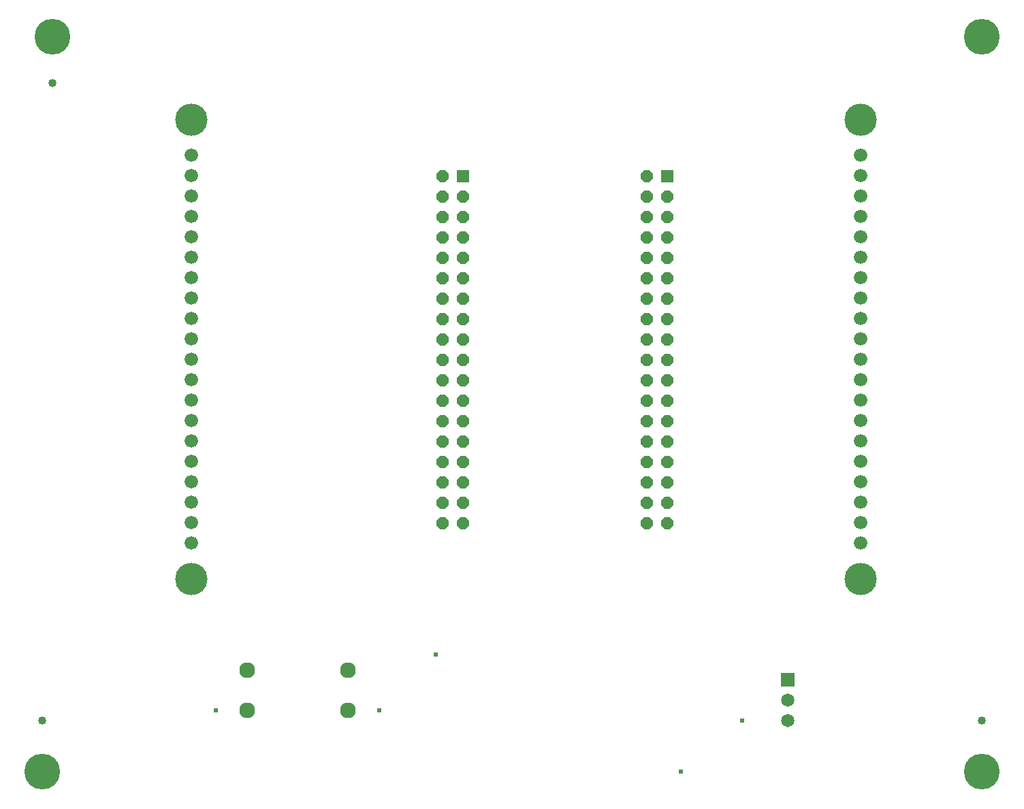
<source format=gbr>
G04 EAGLE Gerber RS-274X export*
G75*
%MOMM*%
%FSLAX34Y34*%
%LPD*%
%INBottom Copper*%
%IPPOS*%
%AMOC8*
5,1,8,0,0,1.08239X$1,22.5*%
G01*
%ADD10C,1.960000*%
%ADD11R,1.651000X1.651000*%
%ADD12C,1.651000*%
%ADD13R,1.524000X1.524000*%
%ADD14P,1.649562X8X292.500000*%
%ADD15C,1.676400*%
%ADD16C,4.016000*%
%ADD17C,1.016000*%
%ADD18C,4.445000*%
%ADD19C,0.609600*%


D10*
X430800Y177400D03*
X430800Y127400D03*
X305800Y127400D03*
X305800Y177400D03*
D11*
X977900Y165100D03*
D12*
X977900Y139700D03*
X977900Y114300D03*
D13*
X828300Y791800D03*
D14*
X802900Y791800D03*
X828300Y766400D03*
X802900Y766400D03*
X828300Y741000D03*
X802900Y741000D03*
X828300Y715600D03*
X802900Y715600D03*
X828300Y690200D03*
X802900Y690200D03*
X828300Y664800D03*
X802900Y664800D03*
X828300Y639400D03*
X802900Y639400D03*
X828300Y614000D03*
X802900Y614000D03*
X828300Y588600D03*
X802900Y588600D03*
X828300Y563200D03*
X802900Y563200D03*
X828300Y537800D03*
X802900Y537800D03*
X828300Y512400D03*
X802900Y512400D03*
X828300Y487000D03*
X802900Y487000D03*
X828300Y461600D03*
X802900Y461600D03*
X828300Y436200D03*
X802900Y436200D03*
X828300Y410800D03*
X802900Y410800D03*
X828300Y385400D03*
X802900Y385400D03*
X828300Y360000D03*
X802900Y360000D03*
D13*
X574300Y791800D03*
D14*
X548900Y791800D03*
X574300Y766400D03*
X548900Y766400D03*
X574300Y741000D03*
X548900Y741000D03*
X574300Y715600D03*
X548900Y715600D03*
X574300Y690200D03*
X548900Y690200D03*
X574300Y664800D03*
X548900Y664800D03*
X574300Y639400D03*
X548900Y639400D03*
X574300Y614000D03*
X548900Y614000D03*
X574300Y588600D03*
X548900Y588600D03*
X574300Y563200D03*
X548900Y563200D03*
X574300Y537800D03*
X548900Y537800D03*
X574300Y512400D03*
X548900Y512400D03*
X574300Y487000D03*
X548900Y487000D03*
X574300Y461600D03*
X548900Y461600D03*
X574300Y436200D03*
X548900Y436200D03*
X574300Y410800D03*
X548900Y410800D03*
X574300Y385400D03*
X548900Y385400D03*
X574300Y360000D03*
X548900Y360000D03*
D15*
X236220Y817880D03*
X236220Y792480D03*
X236220Y767080D03*
X236220Y741680D03*
X236220Y716280D03*
X236220Y690880D03*
X236220Y665480D03*
X236220Y640080D03*
X236220Y614680D03*
X236220Y589280D03*
X236220Y563880D03*
X236220Y538480D03*
X236220Y513080D03*
X236220Y487680D03*
X236220Y462280D03*
X236220Y436880D03*
X236220Y411480D03*
X236220Y386080D03*
X236220Y360680D03*
X236220Y335280D03*
X1068070Y817880D03*
X1068070Y792480D03*
X1068070Y767080D03*
X1068070Y741680D03*
X1068070Y716280D03*
X1068070Y690880D03*
X1068070Y665480D03*
X1068070Y640080D03*
X1068070Y614680D03*
X1068070Y589280D03*
X1068070Y563880D03*
X1068070Y538480D03*
X1068070Y513080D03*
X1068070Y487680D03*
X1068070Y462280D03*
X1068070Y436880D03*
X1068070Y411480D03*
X1068070Y386080D03*
X1068070Y360680D03*
X1068070Y335280D03*
D16*
X1068070Y290830D03*
X1068070Y862330D03*
X236220Y290830D03*
X236220Y862330D03*
D17*
X50800Y114300D03*
X1219200Y114300D03*
X63500Y908050D03*
D18*
X50800Y50800D03*
X1219200Y50800D03*
X1219200Y965200D03*
X63500Y965200D03*
D19*
X469900Y127000D03*
X266700Y127000D03*
X844550Y50800D03*
X920750Y114300D03*
X539750Y196850D03*
M02*

</source>
